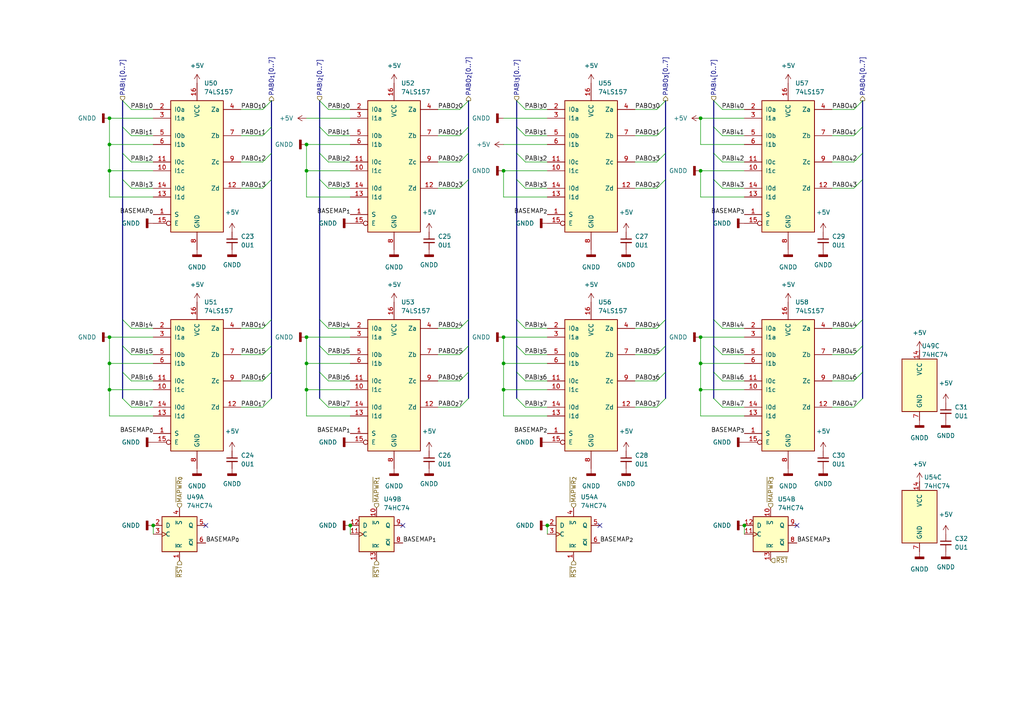
<source format=kicad_sch>
(kicad_sch (version 20211123) (generator eeschema)
  (paper "A4")
  (title_block (title "Z80 CPU INTERPOSER BANK RESET CIRCUIT") (date "2022-10-21") (rev "1030211022") (company "LISTOFOPTIONS") (comment 1 "io is not paged. note that the mapper registers will always read 0 after reset!") (comment 2 "pages 0-3 match to the default layout from 0x0000:ffff") (comment 3 "we need to do this so that the nabu can boot from rom normally") (comment 4 "upon reset we latch out the mapper registers and force in system default pages"))
  (lib_symbols
    (symbol "74xx:74HC74" (pin_names (offset 1.016))
      (property "Reference" "U" (at -7.62 8.89 0))
      (property "Value" "74HC74" (at -7.62 -8.89 0))
      (symbol "74HC74_1_0"
        (pin input line (at 0 -7.62 90) (length 2.54) (name "~{R}") (number "1"))
        (pin input line (at -7.62 2.54 0) (length 2.54) (name "D") (number "2"))
        (pin input clock (at -7.62 0 0) (length 2.54) (name "C") (number "3"))
        (pin input line (at 0 7.62 270) (length 2.54) (name "~{S}") (number "4"))
        (pin output line (at 7.62 2.54 180) (length 2.54) (name "Q") (number "5"))
        (pin output line (at 7.62 -2.54 180) (length 2.54) (name "~{Q}") (number "6"))
      )
      (symbol "74HC74_1_1"
        (rectangle (start -5.08 5.08) (end 5.08 -5.08) (stroke (width 0.254)) (fill (type background)))
      )
      (symbol "74HC74_2_0"
        (pin input line (at 0 7.62 270) (length 2.54) (name "~{S}") (number "10"))
        (pin input clock (at -7.62 0 0) (length 2.54) (name "C") (number "11"))
        (pin input line (at -7.62 2.54 0) (length 2.54) (name "D") (number "12"))
        (pin input line (at 0 -7.62 90) (length 2.54) (name "~{R}") (number "13"))
        (pin output line (at 7.62 -2.54 180) (length 2.54) (name "~{Q}") (number "8"))
        (pin output line (at 7.62 2.54 180) (length 2.54) (name "Q") (number "9"))
      )
      (symbol "74HC74_2_1"
        (rectangle (start -5.08 5.08) (end 5.08 -5.08) (stroke (width 0.254)) (fill (type background)))
      )
      (symbol "74HC74_3_0"
        (pin power_in line (at 0 10.16 270) (length 2.54) (name "VCC") (number "14"))
        (pin power_in line (at 0 -10.16 90) (length 2.54) (name "GND") (number "7"))
      )
      (symbol "74HC74_3_1"
        (rectangle (start -5.08 7.62) (end 5.08 -7.62) (stroke (width 0.254)) (fill (type background)))
      )
    )
    (symbol "74xx:74LS157" (pin_names (offset 1.016))
      (property "Reference" "U" (at -7.62 19.05 0))
      (property "Value" "74LS157" (at -7.62 -21.59 0))
      (symbol "74LS157_1_0"
        (pin input line (at -12.7 -15.24 0) (length 5.08) (name "S") (number "1"))
        (pin input line (at -12.7 -2.54 0) (length 5.08) (name "I1c") (number "10"))
        (pin input line (at -12.7 0 0) (length 5.08) (name "I0c") (number "11"))
        (pin output line (at 12.7 -7.62 180) (length 5.08) (name "Zd") (number "12"))
        (pin input line (at -12.7 -10.16 0) (length 5.08) (name "I1d") (number "13"))
        (pin input line (at -12.7 -7.62 0) (length 5.08) (name "I0d") (number "14"))
        (pin input inverted (at -12.7 -17.78 0) (length 5.08) (name "E") (number "15"))
        (pin power_in line (at 0 22.86 270) (length 5.08) (name "VCC") (number "16"))
        (pin input line (at -12.7 15.24 0) (length 5.08) (name "I0a") (number "2"))
        (pin input line (at -12.7 12.7 0) (length 5.08) (name "I1a") (number "3"))
        (pin output line (at 12.7 15.24 180) (length 5.08) (name "Za") (number "4"))
        (pin input line (at -12.7 7.62 0) (length 5.08) (name "I0b") (number "5"))
        (pin input line (at -12.7 5.08 0) (length 5.08) (name "I1b") (number "6"))
        (pin output line (at 12.7 7.62 180) (length 5.08) (name "Zb") (number "7"))
        (pin power_in line (at 0 -25.4 90) (length 5.08) (name "GND") (number "8"))
        (pin output line (at 12.7 0 180) (length 5.08) (name "Zc") (number "9"))
      )
      (symbol "74LS157_1_1"
        (rectangle (start -7.62 17.78) (end 7.62 -20.32) (stroke (width 0.254)) (fill (type background)))
      )
    )
    (symbol "Device:C_Small" (pin_numbers hide) (pin_names (offset 0.254) hide)
      (property "Reference" "C" (at 0.254 1.778 0))
      (property "Value" "C_Small" (at 0.254 -2.032 0))
      (symbol "C_Small_0_1"
        (polyline (pts (xy -1.524 -0.508) (xy 1.524 -0.508)) (stroke (width 0.3302)))
        (polyline (pts (xy -1.524 0.508) (xy 1.524 0.508)) (stroke (width 0.3048)))
      )
      (symbol "C_Small_1_1"
        (pin passive line (at 0 2.54 270) (length 2.032) (name "~") (number "1"))
        (pin passive line (at 0 -2.54 90) (length 2.032) (name "~") (number "2"))
      )
    )
    (symbol "power:+5V" (power) (pin_names (offset 0))
      (property "Value" "+5V" (at 0 3.556 0))
      (symbol "+5V_0_1"
        (polyline (pts (xy -0.762 1.27) (xy 0 2.54)))
        (polyline (pts (xy 0 0) (xy 0 2.54)))
        (polyline (pts (xy 0 2.54) (xy 0.762 1.27)))
      )
      (symbol "+5V_1_1"
        (pin power_in line (at 0 0 90) (length 0) hide (name "+5V") (number "1"))
      )
    )
    (symbol "power:GNDD" (power) (pin_names (offset 0))
      (property "Value" "GNDD" (at 0 -3.175 0))
      (symbol "GNDD_0_1"
        (rectangle (start -1.27 -1.524) (end 1.27 -2.032) (stroke (width 0.254)) (fill (type outline)))
        (polyline (pts (xy 0 0) (xy 0 -1.524)))
      )
      (symbol "GNDD_1_1"
        (pin power_in line (at 0 0 270) (length 0) hide (name "GNDD") (number "1"))
      )
    )
  )
  (junction (at 88.9 41.91))
  (junction (at 203.2 113.03))
  (junction (at 203.2 97.79))
  (junction (at 101.6 152.4))
  (junction (at 146.05 113.03))
  (junction (at 31.75 113.03))
  (junction (at 44.45 152.4))
  (junction (at 31.75 105.41))
  (junction (at 31.75 97.79))
  (junction (at 203.2 49.53))
  (junction (at 88.9 113.03))
  (junction (at 158.75 152.4))
  (junction (at 31.75 34.29))
  (junction (at 146.05 105.41))
  (junction (at 31.75 49.53))
  (junction (at 88.9 49.53))
  (junction (at 215.9 152.4))
  (junction (at 31.75 41.91))
  (junction (at 146.05 97.79))
  (junction (at 203.2 105.41))
  (junction (at 146.05 49.53))
  (junction (at 88.9 105.41))
  (junction (at 88.9 97.79))
  (junction (at 203.2 34.29))
  (no_connect (at 231.14 152.4))
  (no_connect (at 116.84 152.4))
  (no_connect (at 59.69 152.4))
  (no_connect (at 173.99 152.4))
  (bus_entry (at 35.56 107.95) (size 2.54 2.54))
  (bus_entry (at 78.74 36.83) (size -2.54 2.54))
  (bus_entry (at 135.89 29.21) (size -2.54 2.54))
  (bus_entry (at 250.19 29.21) (size -2.54 2.54))
  (bus_entry (at 250.19 115.57) (size -2.54 2.54))
  (bus_entry (at 135.89 107.95) (size -2.54 2.54))
  (bus_entry (at 193.04 29.21) (size -2.54 2.54))
  (bus_entry (at 78.74 115.57) (size -2.54 2.54))
  (bus_entry (at 135.89 100.33) (size -2.54 2.54))
  (bus_entry (at 135.89 52.07) (size -2.54 2.54))
  (bus_entry (at 193.04 92.71) (size -2.54 2.54))
  (bus_entry (at 207.01 100.33) (size 2.54 2.54))
  (bus_entry (at 250.19 44.45) (size -2.54 2.54))
  (bus_entry (at 92.71 36.83) (size 2.54 2.54))
  (bus_entry (at 250.19 100.33) (size -2.54 2.54))
  (bus_entry (at 193.04 100.33) (size -2.54 2.54))
  (bus_entry (at 92.71 115.57) (size 2.54 2.54))
  (bus_entry (at 78.74 29.21) (size -2.54 2.54))
  (bus_entry (at 149.86 52.07) (size 2.54 2.54))
  (bus_entry (at 35.56 52.07) (size 2.54 2.54))
  (bus_entry (at 35.56 44.45) (size 2.54 2.54))
  (bus_entry (at 35.56 36.83) (size 2.54 2.54))
  (bus_entry (at 149.86 115.57) (size 2.54 2.54))
  (bus_entry (at 135.89 115.57) (size -2.54 2.54))
  (bus_entry (at 78.74 107.95) (size -2.54 2.54))
  (bus_entry (at 35.56 29.21) (size 2.54 2.54))
  (bus_entry (at 149.86 44.45) (size 2.54 2.54))
  (bus_entry (at 35.56 115.57) (size 2.54 2.54))
  (bus_entry (at 78.74 100.33) (size -2.54 2.54))
  (bus_entry (at 250.19 52.07) (size -2.54 2.54))
  (bus_entry (at 92.71 52.07) (size 2.54 2.54))
  (bus_entry (at 92.71 107.95) (size 2.54 2.54))
  (bus_entry (at 149.86 107.95) (size 2.54 2.54))
  (bus_entry (at 193.04 115.57) (size -2.54 2.54))
  (bus_entry (at 149.86 36.83) (size 2.54 2.54))
  (bus_entry (at 207.01 107.95) (size 2.54 2.54))
  (bus_entry (at 78.74 52.07) (size -2.54 2.54))
  (bus_entry (at 135.89 36.83) (size -2.54 2.54))
  (bus_entry (at 193.04 107.95) (size -2.54 2.54))
  (bus_entry (at 207.01 36.83) (size 2.54 2.54))
  (bus_entry (at 207.01 44.45) (size 2.54 2.54))
  (bus_entry (at 207.01 115.57) (size 2.54 2.54))
  (bus_entry (at 92.71 29.21) (size 2.54 2.54))
  (bus_entry (at 193.04 36.83) (size -2.54 2.54))
  (bus_entry (at 250.19 107.95) (size -2.54 2.54))
  (bus_entry (at 78.74 44.45) (size -2.54 2.54))
  (bus_entry (at 35.56 100.33) (size 2.54 2.54))
  (bus_entry (at 149.86 100.33) (size 2.54 2.54))
  (bus_entry (at 92.71 100.33) (size 2.54 2.54))
  (bus_entry (at 207.01 29.21) (size 2.54 2.54))
  (bus_entry (at 207.01 52.07) (size 2.54 2.54))
  (bus_entry (at 135.89 44.45) (size -2.54 2.54))
  (bus_entry (at 78.74 92.71) (size -2.54 2.54))
  (bus_entry (at 193.04 44.45) (size -2.54 2.54))
  (bus_entry (at 149.86 92.71) (size 2.54 2.54))
  (bus_entry (at 250.19 36.83) (size -2.54 2.54))
  (bus_entry (at 92.71 92.71) (size 2.54 2.54))
  (bus_entry (at 149.86 29.21) (size 2.54 2.54))
  (bus_entry (at 92.71 44.45) (size 2.54 2.54))
  (bus_entry (at 207.01 92.71) (size 2.54 2.54))
  (bus_entry (at 135.89 92.71) (size -2.54 2.54))
  (bus_entry (at 250.19 92.71) (size -2.54 2.54))
  (bus_entry (at 193.04 52.07) (size -2.54 2.54))
  (bus_entry (at 35.56 92.71) (size 2.54 2.54))
  (wire (pts (xy 152.4 110.49) (xy 158.75 110.49)))
  (bus (pts (xy 35.56 44.45) (xy 35.56 52.07)))
  (wire (pts (xy 31.75 49.53) (xy 44.45 49.53)))
  (bus (pts (xy 78.74 44.45) (xy 78.74 52.07)))
  (wire (pts (xy 203.2 113.03) (xy 203.2 120.65)))
  (wire (pts (xy 76.2 39.37) (xy 69.85 39.37)))
  (wire (pts (xy 152.4 102.87) (xy 158.75 102.87)))
  (wire (pts (xy 88.9 49.53) (xy 101.6 49.53)))
  (wire (pts (xy 203.2 57.15) (xy 215.9 57.15)))
  (wire (pts (xy 88.9 97.79) (xy 101.6 97.79)))
  (bus (pts (xy 135.89 92.71) (xy 135.89 100.33)))
  (wire (pts (xy 101.6 152.4) (xy 101.6 154.94)))
  (bus (pts (xy 250.19 107.95) (xy 250.19 115.57)))
  (wire (pts (xy 146.05 120.65) (xy 158.75 120.65)))
  (wire (pts (xy 95.25 39.37) (xy 101.6 39.37)))
  (bus (pts (xy 135.89 29.21) (xy 135.89 36.83)))
  (wire (pts (xy 95.25 95.25) (xy 101.6 95.25)))
  (wire (pts (xy 88.9 49.53) (xy 88.9 57.15)))
  (bus (pts (xy 78.74 52.07) (xy 78.74 92.71)))
  (bus (pts (xy 78.74 36.83) (xy 78.74 44.45)))
  (wire (pts (xy 95.25 118.11) (xy 101.6 118.11)))
  (bus (pts (xy 250.19 100.33) (xy 250.19 107.95)))
  (wire (pts (xy 247.65 110.49) (xy 241.3 110.49)))
  (bus (pts (xy 250.19 29.21) (xy 250.19 36.83)))
  (wire (pts (xy 133.35 118.11) (xy 127 118.11)))
  (wire (pts (xy 247.65 102.87) (xy 241.3 102.87)))
  (bus (pts (xy 135.89 44.45) (xy 135.89 52.07)))
  (wire (pts (xy 38.1 31.75) (xy 44.45 31.75)))
  (wire (pts (xy 88.9 57.15) (xy 101.6 57.15)))
  (wire (pts (xy 76.2 54.61) (xy 69.85 54.61)))
  (wire (pts (xy 38.1 54.61) (xy 44.45 54.61)))
  (wire (pts (xy 152.4 54.61) (xy 158.75 54.61)))
  (bus (pts (xy 35.56 52.07) (xy 35.56 92.71)))
  (bus (pts (xy 35.56 36.83) (xy 35.56 44.45)))
  (bus (pts (xy 207.01 52.07) (xy 207.01 92.71)))
  (wire (pts (xy 146.05 41.91) (xy 158.75 41.91)))
  (bus (pts (xy 193.04 92.71) (xy 193.04 100.33)))
  (wire (pts (xy 190.5 39.37) (xy 184.15 39.37)))
  (wire (pts (xy 209.55 110.49) (xy 215.9 110.49)))
  (wire (pts (xy 44.45 152.4) (xy 44.45 154.94)))
  (wire (pts (xy 31.75 49.53) (xy 31.75 57.15)))
  (bus (pts (xy 92.71 36.83) (xy 92.71 44.45)))
  (wire (pts (xy 152.4 46.99) (xy 158.75 46.99)))
  (bus (pts (xy 149.86 29.21) (xy 149.86 36.83)))
  (wire (pts (xy 158.75 152.4) (xy 158.75 154.94)))
  (wire (pts (xy 146.05 57.15) (xy 158.75 57.15)))
  (wire (pts (xy 133.35 39.37) (xy 127 39.37)))
  (wire (pts (xy 247.65 31.75) (xy 241.3 31.75)))
  (wire (pts (xy 38.1 95.25) (xy 44.45 95.25)))
  (wire (pts (xy 95.25 31.75) (xy 101.6 31.75)))
  (bus (pts (xy 207.01 92.71) (xy 207.01 100.33)))
  (wire (pts (xy 38.1 39.37) (xy 44.45 39.37)))
  (wire (pts (xy 95.25 54.61) (xy 101.6 54.61)))
  (wire (pts (xy 203.2 34.29) (xy 215.9 34.29)))
  (wire (pts (xy 31.75 113.03) (xy 31.75 120.65)))
  (bus (pts (xy 92.71 92.71) (xy 92.71 100.33)))
  (bus (pts (xy 193.04 52.07) (xy 193.04 92.71)))
  (bus (pts (xy 135.89 100.33) (xy 135.89 107.95)))
  (wire (pts (xy 88.9 120.65) (xy 101.6 120.65)))
  (wire (pts (xy 146.05 113.03) (xy 158.75 113.03)))
  (bus (pts (xy 149.86 92.71) (xy 149.86 100.33)))
  (wire (pts (xy 88.9 41.91) (xy 88.9 49.53)))
  (wire (pts (xy 146.05 97.79) (xy 158.75 97.79)))
  (wire (pts (xy 88.9 41.91) (xy 101.6 41.91)))
  (bus (pts (xy 193.04 29.21) (xy 193.04 36.83)))
  (wire (pts (xy 133.35 54.61) (xy 127 54.61)))
  (wire (pts (xy 247.65 54.61) (xy 241.3 54.61)))
  (wire (pts (xy 31.75 105.41) (xy 44.45 105.41)))
  (wire (pts (xy 31.75 34.29) (xy 31.75 41.91)))
  (wire (pts (xy 133.35 110.49) (xy 127 110.49)))
  (bus (pts (xy 207.01 29.21) (xy 207.01 36.83)))
  (wire (pts (xy 146.05 97.79) (xy 146.05 105.41)))
  (bus (pts (xy 35.56 107.95) (xy 35.56 115.57)))
  (wire (pts (xy 31.75 113.03) (xy 44.45 113.03)))
  (bus (pts (xy 250.19 44.45) (xy 250.19 52.07)))
  (wire (pts (xy 152.4 118.11) (xy 158.75 118.11)))
  (wire (pts (xy 190.5 54.61) (xy 184.15 54.61)))
  (wire (pts (xy 88.9 105.41) (xy 88.9 113.03)))
  (bus (pts (xy 207.01 107.95) (xy 207.01 115.57)))
  (wire (pts (xy 95.25 102.87) (xy 101.6 102.87)))
  (bus (pts (xy 78.74 92.71) (xy 78.74 100.33)))
  (wire (pts (xy 88.9 97.79) (xy 88.9 105.41)))
  (wire (pts (xy 203.2 105.41) (xy 203.2 113.03)))
  (bus (pts (xy 78.74 100.33) (xy 78.74 107.95)))
  (wire (pts (xy 203.2 49.53) (xy 215.9 49.53)))
  (bus (pts (xy 149.86 44.45) (xy 149.86 52.07)))
  (bus (pts (xy 135.89 107.95) (xy 135.89 115.57)))
  (wire (pts (xy 203.2 97.79) (xy 203.2 105.41)))
  (bus (pts (xy 78.74 107.95) (xy 78.74 115.57)))
  (wire (pts (xy 133.35 95.25) (xy 127 95.25)))
  (wire (pts (xy 31.75 97.79) (xy 44.45 97.79)))
  (bus (pts (xy 92.71 52.07) (xy 92.71 92.71)))
  (wire (pts (xy 31.75 97.79) (xy 31.75 105.41)))
  (bus (pts (xy 92.71 44.45) (xy 92.71 52.07)))
  (wire (pts (xy 146.05 105.41) (xy 146.05 113.03)))
  (wire (pts (xy 76.2 102.87) (xy 69.85 102.87)))
  (wire (pts (xy 76.2 31.75) (xy 69.85 31.75)))
  (wire (pts (xy 146.05 34.29) (xy 158.75 34.29)))
  (wire (pts (xy 203.2 34.29) (xy 203.2 41.91)))
  (bus (pts (xy 78.74 29.21) (xy 78.74 36.83)))
  (bus (pts (xy 149.86 107.95) (xy 149.86 115.57)))
  (bus (pts (xy 92.71 107.95) (xy 92.71 115.57)))
  (wire (pts (xy 95.25 110.49) (xy 101.6 110.49)))
  (bus (pts (xy 92.71 100.33) (xy 92.71 107.95)))
  (bus (pts (xy 35.56 29.21) (xy 35.56 36.83)))
  (wire (pts (xy 31.75 41.91) (xy 44.45 41.91)))
  (bus (pts (xy 149.86 36.83) (xy 149.86 44.45)))
  (wire (pts (xy 190.5 95.25) (xy 184.15 95.25)))
  (wire (pts (xy 247.65 46.99) (xy 241.3 46.99)))
  (wire (pts (xy 203.2 105.41) (xy 215.9 105.41)))
  (bus (pts (xy 149.86 52.07) (xy 149.86 92.71)))
  (wire (pts (xy 247.65 39.37) (xy 241.3 39.37)))
  (wire (pts (xy 38.1 110.49) (xy 44.45 110.49)))
  (wire (pts (xy 133.35 46.99) (xy 127 46.99)))
  (wire (pts (xy 31.75 57.15) (xy 44.45 57.15)))
  (wire (pts (xy 31.75 105.41) (xy 31.75 113.03)))
  (bus (pts (xy 135.89 36.83) (xy 135.89 44.45)))
  (wire (pts (xy 38.1 118.11) (xy 44.45 118.11)))
  (bus (pts (xy 250.19 92.71) (xy 250.19 100.33)))
  (wire (pts (xy 133.35 31.75) (xy 127 31.75)))
  (wire (pts (xy 209.55 118.11) (xy 215.9 118.11)))
  (wire (pts (xy 209.55 31.75) (xy 215.9 31.75)))
  (wire (pts (xy 38.1 46.99) (xy 44.45 46.99)))
  (wire (pts (xy 31.75 120.65) (xy 44.45 120.65)))
  (wire (pts (xy 152.4 95.25) (xy 158.75 95.25)))
  (bus (pts (xy 207.01 44.45) (xy 207.01 52.07)))
  (wire (pts (xy 146.05 49.53) (xy 146.05 57.15)))
  (wire (pts (xy 88.9 113.03) (xy 101.6 113.03)))
  (wire (pts (xy 88.9 34.29) (xy 101.6 34.29)))
  (bus (pts (xy 135.89 52.07) (xy 135.89 92.71)))
  (bus (pts (xy 207.01 36.83) (xy 207.01 44.45)))
  (wire (pts (xy 38.1 102.87) (xy 44.45 102.87)))
  (bus (pts (xy 193.04 107.95) (xy 193.04 115.57)))
  (wire (pts (xy 247.65 118.11) (xy 241.3 118.11)))
  (wire (pts (xy 209.55 102.87) (xy 215.9 102.87)))
  (wire (pts (xy 190.5 118.11) (xy 184.15 118.11)))
  (wire (pts (xy 146.05 49.53) (xy 158.75 49.53)))
  (bus (pts (xy 35.56 100.33) (xy 35.56 107.95)))
  (wire (pts (xy 95.25 46.99) (xy 101.6 46.99)))
  (wire (pts (xy 76.2 118.11) (xy 69.85 118.11)))
  (wire (pts (xy 209.55 39.37) (xy 215.9 39.37)))
  (wire (pts (xy 247.65 95.25) (xy 241.3 95.25)))
  (wire (pts (xy 190.5 110.49) (xy 184.15 110.49)))
  (wire (pts (xy 190.5 46.99) (xy 184.15 46.99)))
  (wire (pts (xy 203.2 41.91) (xy 215.9 41.91)))
  (wire (pts (xy 133.35 102.87) (xy 127 102.87)))
  (wire (pts (xy 76.2 110.49) (xy 69.85 110.49)))
  (wire (pts (xy 88.9 105.41) (xy 101.6 105.41)))
  (bus (pts (xy 250.19 52.07) (xy 250.19 92.71)))
  (wire (pts (xy 31.75 41.91) (xy 31.75 49.53)))
  (wire (pts (xy 203.2 49.53) (xy 203.2 57.15)))
  (bus (pts (xy 193.04 36.83) (xy 193.04 44.45)))
  (wire (pts (xy 88.9 113.03) (xy 88.9 120.65)))
  (wire (pts (xy 152.4 39.37) (xy 158.75 39.37)))
  (wire (pts (xy 190.5 31.75) (xy 184.15 31.75)))
  (wire (pts (xy 203.2 113.03) (xy 215.9 113.03)))
  (bus (pts (xy 193.04 44.45) (xy 193.04 52.07)))
  (bus (pts (xy 193.04 100.33) (xy 193.04 107.95)))
  (wire (pts (xy 203.2 120.65) (xy 215.9 120.65)))
  (wire (pts (xy 209.55 46.99) (xy 215.9 46.99)))
  (wire (pts (xy 146.05 105.41) (xy 158.75 105.41)))
  (bus (pts (xy 92.71 29.21) (xy 92.71 36.83)))
  (wire (pts (xy 76.2 46.99) (xy 69.85 46.99)))
  (wire (pts (xy 190.5 102.87) (xy 184.15 102.87)))
  (wire (pts (xy 31.75 34.29) (xy 44.45 34.29)))
  (bus (pts (xy 35.56 92.71) (xy 35.56 100.33)))
  (bus (pts (xy 250.19 36.83) (xy 250.19 44.45)))
  (wire (pts (xy 209.55 54.61) (xy 215.9 54.61)))
  (wire (pts (xy 203.2 97.79) (xy 215.9 97.79)))
  (wire (pts (xy 76.2 95.25) (xy 69.85 95.25)))
  (wire (pts (xy 146.05 113.03) (xy 146.05 120.65)))
  (wire (pts (xy 215.9 152.4) (xy 215.9 154.94)))
  (wire (pts (xy 152.4 31.75) (xy 158.75 31.75)))
  (bus (pts (xy 149.86 100.33) (xy 149.86 107.95)))
  (bus (pts (xy 207.01 100.33) (xy 207.01 107.95)))
  (wire (pts (xy 209.55 95.25) (xy 215.9 95.25)))
  (label "PABO_{4}2" (at 241.3 46.99 0))
  (label "BASEMAP_{2}" (at 173.99 157.48 0))
  (label "PABI_{3}4" (at 158.75 95.25 180))
  (label "PABI_{2}4" (at 101.6 95.25 180))
  (label "PABI_{2}1" (at 101.6 39.37 180))
  (label "PABI_{3}5" (at 158.75 102.87 180))
  (label "PABO_{3}4" (at 184.15 95.25 0))
  (label "PABI_{4}4" (at 215.9 95.25 180))
  (label "BASEMAP_{0}" (at 59.69 157.48 0))
  (label "PABI_{2}7" (at 101.6 118.11 180))
  (label "PABI_{1}4" (at 44.45 95.25 180))
  (label "PABO_{3}0" (at 184.15 31.75 0))
  (label "PABO_{4}5" (at 241.3 102.87 0))
  (label "PABI_{4}7" (at 215.9 118.11 180))
  (label "PABO_{2}4" (at 127 95.25 0))
  (label "PABI_{4}1" (at 215.9 39.37 180))
  (label "PABI_{3}6" (at 158.75 110.49 180))
  (label "BASEMAP_{1}" (at 101.6 125.73 180))
  (label "PABO_{2}1" (at 127 39.37 0))
  (label "BASEMAP_{3}" (at 215.9 125.73 180))
  (label "PABI_{2}6" (at 101.6 110.49 180))
  (label "PABI_{1}5" (at 44.45 102.87 180))
  (label "PABO_{1}3" (at 69.85 54.61 0))
  (label "BASEMAP_{0}" (at 44.45 62.23 180))
  (label "PABO_{4}1" (at 241.3 39.37 0))
  (label "BASEMAP_{3}" (at 231.14 157.48 0))
  (label "PABO_{3}7" (at 184.15 118.11 0))
  (label "BASEMAP_{3}" (at 215.9 62.23 180))
  (label "PABO_{1}4" (at 69.85 95.25 0))
  (label "BASEMAP_{0}" (at 44.45 125.73 180))
  (label "PABI_{1}7" (at 44.45 118.11 180))
  (label "PABO_{2}7" (at 127 118.11 0))
  (label "PABO_{4}3" (at 241.3 54.61 0))
  (label "PABI_{3}0" (at 158.75 31.75 180))
  (label "PABI_{3}3" (at 158.75 54.61 180))
  (label "PABO_{1}0" (at 69.85 31.75 0))
  (label "PABI_{3}7" (at 158.75 118.11 180))
  (label "PABO_{3}1" (at 184.15 39.37 0))
  (label "BASEMAP_{2}" (at 158.75 125.73 180))
  (label "BASEMAP_{1}" (at 116.84 157.48 0))
  (label "PABO_{3}5" (at 184.15 102.87 0))
  (label "PABI_{3}1" (at 158.75 39.37 180))
  (label "PABO_{4}7" (at 241.3 118.11 0))
  (label "PABI_{2}2" (at 101.6 46.99 180))
  (label "PABO_{2}6" (at 127 110.49 0))
  (label "PABO_{3}6" (at 184.15 110.49 0))
  (label "PABO_{1}7" (at 69.85 118.11 0))
  (label "PABI_{1}0" (at 44.45 31.75 180))
  (label "PABI_{4}0" (at 215.9 31.75 180))
  (label "PABO_{1}5" (at 69.85 102.87 0))
  (label "PABO_{1}6" (at 69.85 110.49 0))
  (label "PABI_{4}5" (at 215.9 102.87 180))
  (label "PABI_{1}1" (at 44.45 39.37 180))
  (label "PABI_{1}2" (at 44.45 46.99 180))
  (label "PABO_{2}5" (at 127 102.87 0))
  (label "PABO_{4}0" (at 241.3 31.75 0))
  (label "PABO_{2}2" (at 127 46.99 0))
  (label "PABO_{1}1" (at 69.85 39.37 0))
  (label "PABI_{2}0" (at 101.6 31.75 180))
  (label "PABI_{3}2" (at 158.75 46.99 180))
  (label "PABO_{4}6" (at 241.3 110.49 0))
  (label "PABI_{4}6" (at 215.9 110.49 180))
  (label "PABI_{2}3" (at 101.6 54.61 180))
  (label "PABO_{2}0" (at 127 31.75 0))
  (label "PABI_{2}5" (at 101.6 102.87 180))
  (label "PABO_{1}2" (at 69.85 46.99 0))
  (label "PABO_{3}2" (at 184.15 54.61 0))
  (label "BASEMAP_{1}" (at 101.6 62.23 180))
  (label "PABO_{3}3" (at 184.15 46.99 0))
  (label "PABI_{4}3" (at 215.9 54.61 180))
  (label "PABI_{1}6" (at 44.45 110.49 180))
  (label "PABI_{1}3" (at 44.45 54.61 180))
  (label "PABO_{4}4" (at 241.3 95.25 0))
  (label "BASEMAP_{2}" (at 158.75 62.23 180))
  (label "PABO_{2}3" (at 127 54.61 0))
  (label "PABI_{4}2" (at 215.9 46.99 180))
  (hierarchical_label "~{RST}" (shape input) (at 109.22 162.56 270))
  (hierarchical_label "~{MAPWR_{0}}" (shape input) (at 52.07 147.32 90))
  (hierarchical_label "~{RST}" (shape input) (at 223.52 162.56 0))
  (hierarchical_label "PABO_{4}[0..7]" (shape output) (at 250.19 29.21 90))
  (hierarchical_label "PABO_{1}[0..7]" (shape output) (at 78.74 29.21 90))
  (hierarchical_label "PABO_{3}[0..7]" (shape output) (at 193.04 29.21 90))
  (hierarchical_label "~{RST}" (shape input) (at 166.37 162.56 270))
  (hierarchical_label "PABI_{2}[0..7]" (shape input) (at 92.71 29.21 90))
  (hierarchical_label "~{MAPWR_{3}}" (shape input) (at 223.52 147.32 90))
  (hierarchical_label "~{MAPWR_{1}}" (shape input) (at 109.22 147.32 90))
  (hierarchical_label "PABI_{3}[0..7]" (shape input) (at 149.86 29.21 90))
  (hierarchical_label "PABI_{4}[0..7]" (shape input) (at 207.01 29.21 90))
  (hierarchical_label "~{MAPWR_{2}}" (shape input) (at 166.37 147.32 90))
  (hierarchical_label "PABO_{2}[0..7]" (shape output) (at 135.89 29.21 90))
  (hierarchical_label "~{RST}" (shape input) (at 52.07 162.56 270))
  (hierarchical_label "PABI_{1}[0..7]" (shape input) (at 35.56 29.21 90))
  (symbol (lib_id "power:GNDD") (at 203.2 97.79 270) (unit 1)
    (property "Reference" "#PWR0241" (effects hide))
    (property "Value" "GNDD" (at 199.39 97.7899 90) (effects (justify right)))
  )
  (symbol (lib_id "power:+5V") (at 274.32 116.84 0) (unit 1)
    (property "Reference" "#PWR0257" (effects hide))
    (property "Value" "+5V" (at 274.32 111.125 0))
  )
  (symbol (lib_id "Device:C_Small") (at 181.61 133.35 0) (unit 1)
    (property "Reference" "C28" (at 184.15 132.0862 0) (effects (justify left)))
    (property "Value" "0U1" (at 184.15 134.6262 0) (effects (justify left)))
    (property "Footprint" "Capacitor_SMD:C_0603_1608Metric" (effects hide))
  )
  (symbol (lib_id "power:GNDD") (at 67.31 135.89 0) (unit 1)
    (property "Reference" "#PWR0209" (effects hide))
    (property "Value" "GNDD" (at 67.31 140.335 0))
  )
  (symbol (lib_id "power:GNDD") (at 238.76 72.39 0) (unit 1)
    (property "Reference" "#PWR0250" (effects hide))
    (property "Value" "GNDD" (at 238.76 76.835 0))
  )
  (symbol (lib_id "power:GNDD") (at 228.6 135.89 0) (unit 1)
    (property "Reference" "#PWR0248" (effects hide))
    (property "Value" "GNDD" (at 228.6 140.97 0))
  )
  (symbol (lib_id "74xx:74LS157") (at 114.3 46.99 0) (unit 1)
    (property "Reference" "U52" (at 116.3194 24.13 0) (effects (justify left)))
    (property "Value" "74LS157" (at 116.3194 26.67 0) (effects (justify left)))
    (property "Footprint" "Package_SO:TSSOP-16_4.4x5mm_P0.65mm" (effects hide))
    (property "Datasheet" "http://www.ti.com/lit/gpn/sn74LS157" (effects hide))
  )
  (symbol (lib_id "power:GNDD") (at 101.6 128.27 270) (unit 1)
    (property "Reference" "#PWR0214" (effects hide))
    (property "Value" "GNDD" (at 97.79 128.2699 90) (effects (justify right)))
  )
  (symbol (lib_id "power:GNDD") (at 146.05 49.53 270) (unit 1)
    (property "Reference" "#PWR0226" (effects hide))
    (property "Value" "GNDD" (at 142.24 49.5299 90) (effects (justify right)))
  )
  (symbol (lib_id "power:+5V") (at 146.05 41.91 90) (unit 1)
    (property "Reference" "#PWR0225" (effects hide))
    (property "Value" "+5V" (at 142.24 41.9099 90) (effects (justify left)))
  )
  (symbol (lib_id "power:GNDD") (at 44.45 64.77 270) (unit 1)
    (property "Reference" "#PWR0199" (effects hide))
    (property "Value" "GNDD" (at 40.64 64.7699 90) (effects (justify right)))
  )
  (symbol (lib_id "power:GNDD") (at 124.46 72.39 0) (unit 1)
    (property "Reference" "#PWR0221" (effects hide))
    (property "Value" "GNDD" (at 124.46 76.835 0))
  )
  (symbol (lib_id "power:GNDD") (at 215.9 64.77 270) (unit 1)
    (property "Reference" "#PWR0242" (effects hide))
    (property "Value" "GNDD" (at 212.09 64.7699 90) (effects (justify right)))
  )
  (symbol (lib_id "power:GNDD") (at 158.75 64.77 270) (unit 1)
    (property "Reference" "#PWR0228" (effects hide))
    (property "Value" "GNDD" (at 154.94 64.7699 90) (effects (justify right)))
  )
  (symbol (lib_id "power:GNDD") (at 171.45 135.89 0) (unit 1)
    (property "Reference" "#PWR0234" (effects hide))
    (property "Value" "GNDD" (at 171.45 140.97 0))
  )
  (symbol (lib_id "power:GNDD") (at 215.9 128.27 270) (unit 1)
    (property "Reference" "#PWR0243" (effects hide))
    (property "Value" "GNDD" (at 212.09 128.2699 90) (effects (justify right)))
  )
  (symbol (lib_id "power:GNDD") (at 101.6 64.77 270) (unit 1)
    (property "Reference" "#PWR0213" (effects hide))
    (property "Value" "GNDD" (at 97.79 64.7699 90) (effects (justify right)))
  )
  (symbol (lib_id "power:GNDD") (at 31.75 34.29 270) (unit 1)
    (property "Reference" "#PWR0197" (effects hide))
    (property "Value" "GNDD" (at 27.94 34.2899 90) (effects (justify right)))
  )
  (symbol (lib_id "power:GNDD") (at 171.45 72.39 0) (unit 1)
    (property "Reference" "#PWR0232" (effects hide))
    (property "Value" "GNDD" (at 171.45 77.47 0))
  )
  (symbol (lib_id "power:GNDD") (at 274.32 160.02 0) (unit 1)
    (property "Reference" "#PWR0260" (effects hide))
    (property "Value" "GNDD" (at 274.32 164.465 0))
  )
  (symbol (lib_id "74xx:74LS157") (at 228.6 46.99 0) (unit 1)
    (property "Reference" "U57" (at 230.6194 24.13 0) (effects (justify left)))
    (property "Value" "74LS157" (at 230.6194 26.67 0) (effects (justify left)))
    (property "Footprint" "Package_SO:TSSOP-16_4.4x5mm_P0.65mm" (effects hide))
    (property "Datasheet" "http://www.ti.com/lit/gpn/sn74LS157" (effects hide))
  )
  (symbol (lib_id "power:+5V") (at 57.15 87.63 0) (unit 1)
    (property "Reference" "#PWR0204" (effects hide))
    (property "Value" "+5V" (at 57.15 82.55 0))
  )
  (symbol (lib_id "power:GNDD") (at 181.61 72.39 0) (unit 1)
    (property "Reference" "#PWR0236" (effects hide))
    (property "Value" "GNDD" (at 181.61 76.835 0))
  )
  (symbol (lib_id "power:GNDD") (at 31.75 97.79 270) (unit 1)
    (property "Reference" "#PWR0198" (effects hide))
    (property "Value" "GNDD" (at 27.94 97.7899 90) (effects (justify right)))
  )
  (symbol (lib_id "power:GNDD") (at 114.3 135.89 0) (unit 1)
    (property "Reference" "#PWR0219" (effects hide))
    (property "Value" "GNDD" (at 114.3 140.97 0))
  )
  (symbol (lib_id "Device:C_Small") (at 274.32 119.38 0) (unit 1)
    (property "Reference" "C31" (at 276.86 118.1162 0) (effects (justify left)))
    (property "Value" "0U1" (at 276.86 120.6562 0) (effects (justify left)))
    (property "Footprint" "Capacitor_SMD:C_0603_1608Metric" (effects hide))
  )
  (symbol (lib_id "power:GNDD") (at 44.45 128.27 270) (unit 1)
    (property "Reference" "#PWR0200" (effects hide))
    (property "Value" "GNDD" (at 40.64 128.2699 90) (effects (justify right)))
  )
  (symbol (lib_id "power:+5V") (at 228.6 24.13 0) (unit 1)
    (property "Reference" "#PWR0245" (effects hide))
    (property "Value" "+5V" (at 228.6 19.05 0))
  )
  (symbol (lib_id "power:+5V") (at 203.2 34.29 90) (unit 1)
    (property "Reference" "#PWR0239" (effects hide))
    (property "Value" "+5V" (at 199.39 34.2899 90) (effects (justify left)))
  )
  (symbol (lib_id "power:GNDD") (at 44.45 152.4 270) (unit 1)
    (property "Reference" "#PWR0201" (effects hide))
    (property "Value" "GNDD" (at 40.64 152.3999 90) (effects (justify right)))
  )
  (symbol (lib_id "power:GNDD") (at 57.15 72.39 0) (unit 1)
    (property "Reference" "#PWR0203" (effects hide))
    (property "Value" "GNDD" (at 57.15 77.47 0))
  )
  (symbol (lib_id "74xx:74HC74") (at 52.07 154.94 0) (unit 1)
    (property "Reference" "U49" (at 54.0894 144.145 0) (effects (justify left)))
    (property "Value" "74HC74" (at 54.0894 146.685 0) (effects (justify left)))
    (property "Footprint" "Package_SO:TSSOP-14_4.4x5mm_P0.65mm" (effects hide))
    (property "Datasheet" "74xx/74hc_hct74.pdf" (effects hide))
  )
  (symbol (lib_id "power:+5V") (at 67.31 130.81 0) (unit 1)
    (property "Reference" "#PWR0208" (effects hide))
    (property "Value" "+5V" (at 67.31 125.095 0))
  )
  (symbol (lib_id "power:+5V") (at 266.7 101.6 0) (unit 1)
    (property "Reference" "#PWR0253" (effects hide))
    (property "Value" "+5V" (at 266.7 96.52 0))
  )
  (symbol (lib_id "power:GNDD") (at 266.7 160.02 0) (unit 1)
    (property "Reference" "#PWR0256" (effects hide))
    (property "Value" "GNDD" (at 266.7 165.1 0))
  )
  (symbol (lib_id "74xx:74HC74") (at 109.22 154.94 0) (unit 2)
    (property "Reference" "U49" (at 111.2394 144.78 0) (effects (justify left)))
    (property "Value" "74HC74" (at 111.2394 147.32 0) (effects (justify left)))
    (property "Footprint" "Package_SO:TSSOP-14_4.4x5mm_P0.65mm" (effects hide))
    (property "Datasheet" "74xx/74hc_hct74.pdf" (effects hide))
  )
  (symbol (lib_id "74xx:74LS157") (at 171.45 46.99 0) (unit 1)
    (property "Reference" "U55" (at 173.4694 24.13 0) (effects (justify left)))
    (property "Value" "74LS157" (at 173.4694 26.67 0) (effects (justify left)))
    (property "Footprint" "Package_SO:TSSOP-16_4.4x5mm_P0.65mm" (effects hide))
    (property "Datasheet" "http://www.ti.com/lit/gpn/sn74LS157" (effects hide))
  )
  (symbol (lib_id "power:+5V") (at 181.61 67.31 0) (unit 1)
    (property "Reference" "#PWR0235" (effects hide))
    (property "Value" "+5V" (at 181.61 61.595 0))
  )
  (symbol (lib_id "power:GNDD") (at 238.76 135.89 0) (unit 1)
    (property "Reference" "#PWR0252" (effects hide))
    (property "Value" "GNDD" (at 238.76 140.335 0))
  )
  (symbol (lib_id "74xx:74LS157") (at 57.15 46.99 0) (unit 1)
    (property "Reference" "U50" (at 59.1694 24.13 0) (effects (justify left)))
    (property "Value" "74LS157" (at 59.1694 26.67 0) (effects (justify left)))
    (property "Footprint" "Package_SO:TSSOP-16_4.4x5mm_P0.65mm" (effects hide))
    (property "Datasheet" "http://www.ti.com/lit/gpn/sn74LS157" (effects hide))
  )
  (symbol (lib_id "power:GNDD") (at 158.75 152.4 270) (unit 1)
    (property "Reference" "#PWR0230" (effects hide))
    (property "Value" "GNDD" (at 154.94 152.3999 90) (effects (justify right)))
  )
  (symbol (lib_id "power:GNDD") (at 146.05 97.79 270) (unit 1)
    (property "Reference" "#PWR0227" (effects hide))
    (property "Value" "GNDD" (at 142.24 97.7899 90) (effects (justify right)))
  )
  (symbol (lib_id "Device:C_Small") (at 238.76 133.35 0) (unit 1)
    (property "Reference" "C30" (at 241.3 132.0862 0) (effects (justify left)))
    (property "Value" "0U1" (at 241.3 134.6262 0) (effects (justify left)))
    (property "Footprint" "Capacitor_SMD:C_0603_1608Metric" (effects hide))
  )
  (symbol (lib_id "power:+5V") (at 57.15 24.13 0) (unit 1)
    (property "Reference" "#PWR0202" (effects hide))
    (property "Value" "+5V" (at 57.15 19.05 0))
  )
  (symbol (lib_id "power:+5V") (at 114.3 24.13 0) (unit 1)
    (property "Reference" "#PWR0216" (effects hide))
    (property "Value" "+5V" (at 114.3 19.05 0))
  )
  (symbol (lib_id "power:+5V") (at 238.76 130.81 0) (unit 1)
    (property "Reference" "#PWR0251" (effects hide))
    (property "Value" "+5V" (at 238.76 125.095 0))
  )
  (symbol (lib_id "power:GNDD") (at 88.9 41.91 270) (unit 1)
    (property "Reference" "#PWR0211" (effects hide))
    (property "Value" "GNDD" (at 85.09 41.9099 90) (effects (justify right)))
  )
  (symbol (lib_id "power:GNDD") (at 228.6 72.39 0) (unit 1)
    (property "Reference" "#PWR0246" (effects hide))
    (property "Value" "GNDD" (at 228.6 77.47 0))
  )
  (symbol (lib_id "power:+5V") (at 114.3 87.63 0) (unit 1)
    (property "Reference" "#PWR0218" (effects hide))
    (property "Value" "+5V" (at 114.3 82.55 0))
  )
  (symbol (lib_id "Device:C_Small") (at 124.46 69.85 0) (unit 1)
    (property "Reference" "C25" (at 127 68.5862 0) (effects (justify left)))
    (property "Value" "0U1" (at 127 71.1262 0) (effects (justify left)))
    (property "Footprint" "Capacitor_SMD:C_0603_1608Metric" (effects hide))
  )
  (symbol (lib_id "power:+5V") (at 88.9 34.29 90) (unit 1)
    (property "Reference" "#PWR0210" (effects hide))
    (property "Value" "+5V" (at 85.09 34.2899 90) (effects (justify left)))
  )
  (symbol (lib_id "Device:C_Small") (at 67.31 133.35 0) (unit 1)
    (property "Reference" "C24" (at 69.85 132.0862 0) (effects (justify left)))
    (property "Value" "0U1" (at 69.85 134.6262 0) (effects (justify left)))
    (property "Footprint" "Capacitor_SMD:C_0603_1608Metric" (effects hide))
  )
  (symbol (lib_id "power:GNDD") (at 146.05 34.29 270) (unit 1)
    (property "Reference" "#PWR0224" (effects hide))
    (property "Value" "GNDD" (at 142.24 34.2899 90) (effects (justify right)))
  )
  (symbol (lib_id "74xx:74LS157") (at 228.6 110.49 0) (unit 1)
    (property "Reference" "U58" (at 230.6194 87.63 0) (effects (justify left)))
    (property "Value" "74LS157" (at 230.6194 90.17 0) (effects (justify left)))
    (property "Footprint" "Package_SO:TSSOP-16_4.4x5mm_P0.65mm" (effects hide))
    (property "Datasheet" "http://www.ti.com/lit/gpn/sn74LS157" (effects hide))
  )
  (symbol (lib_id "74xx:74LS157") (at 114.3 110.49 0) (unit 1)
    (property "Reference" "U53" (at 116.3194 87.63 0) (effects (justify left)))
    (property "Value" "74LS157" (at 116.3194 90.17 0) (effects (justify left)))
    (property "Footprint" "Package_SO:TSSOP-16_4.4x5mm_P0.65mm" (effects hide))
    (property "Datasheet" "http://www.ti.com/lit/gpn/sn74LS157" (effects hide))
  )
  (symbol (lib_id "power:+5V") (at 274.32 154.94 0) (unit 1)
    (property "Reference" "#PWR0259" (effects hide))
    (property "Value" "+5V" (at 274.32 149.225 0))
  )
  (symbol (lib_id "power:GNDD") (at 203.2 49.53 270) (unit 1)
    (property "Reference" "#PWR0240" (effects hide))
    (property "Value" "GNDD" (at 199.39 49.5299 90) (effects (justify right)))
  )
  (symbol (lib_id "power:+5V") (at 228.6 87.63 0) (unit 1)
    (property "Reference" "#PWR0247" (effects hide))
    (property "Value" "+5V" (at 228.6 82.55 0))
  )
  (symbol (lib_id "power:+5V") (at 67.31 67.31 0) (unit 1)
    (property "Reference" "#PWR0206" (effects hide))
    (property "Value" "+5V" (at 67.31 61.595 0))
  )
  (symbol (lib_id "74xx:74LS157") (at 171.45 110.49 0) (unit 1)
    (property "Reference" "U56" (at 173.4694 87.63 0) (effects (justify left)))
    (property "Value" "74LS157" (at 173.4694 90.17 0) (effects (justify left)))
    (property "Footprint" "Package_SO:TSSOP-16_4.4x5mm_P0.65mm" (effects hide))
    (property "Datasheet" "http://www.ti.com/lit/gpn/sn74LS157" (effects hide))
  )
  (symbol (lib_id "power:GNDD") (at 274.32 121.92 0) (unit 1)
    (property "Reference" "#PWR0258" (effects hide))
    (property "Value" "GNDD" (at 274.32 126.365 0))
  )
  (symbol (lib_id "power:+5V") (at 124.46 130.81 0) (unit 1)
    (property "Reference" "#PWR0222" (effects hide))
    (property "Value" "+5V" (at 124.46 125.095 0))
  )
  (symbol (lib_id "power:+5V") (at 124.46 67.31 0) (unit 1)
    (property "Reference" "#PWR0220" (effects hide))
    (property "Value" "+5V" (at 124.46 61.595 0))
  )
  (symbol (lib_id "Device:C_Small") (at 124.46 133.35 0) (unit 1)
    (property "Reference" "C26" (at 127 132.0862 0) (effects (justify left)))
    (property "Value" "0U1" (at 127 134.6262 0) (effects (justify left)))
    (property "Footprint" "Capacitor_SMD:C_0603_1608Metric" (effects hide))
  )
  (symbol (lib_id "74xx:74HC74") (at 223.52 154.94 0) (unit 2)
    (property "Reference" "U54" (at 225.5394 144.78 0) (effects (justify left)))
    (property "Value" "74HC74" (at 225.5394 147.32 0) (effects (justify left)))
    (property "Footprint" "Package_SO:TSSOP-14_4.4x5mm_P0.65mm" (effects hide))
    (property "Datasheet" "74xx/74hc_hct74.pdf" (effects hide))
  )
  (symbol (lib_id "power:GNDD") (at 114.3 72.39 0) (unit 1)
    (property "Reference" "#PWR0217" (effects hide))
    (property "Value" "GNDD" (at 114.3 77.47 0))
  )
  (symbol (lib_id "power:GNDD") (at 124.46 135.89 0) (unit 1)
    (property "Reference" "#PWR0223" (effects hide))
    (property "Value" "GNDD" (at 124.46 140.335 0))
  )
  (symbol (lib_id "power:GNDD") (at 158.75 128.27 270) (unit 1)
    (property "Reference" "#PWR0229" (effects hide))
    (property "Value" "GNDD" (at 154.94 128.2699 90) (effects (justify right)))
  )
  (symbol (lib_id "power:GNDD") (at 57.15 135.89 0) (unit 1)
    (property "Reference" "#PWR0205" (effects hide))
    (property "Value" "GNDD" (at 57.15 140.97 0))
  )
  (symbol (lib_id "74xx:74HC74") (at 166.37 154.94 0) (unit 1)
    (property "Reference" "U54" (at 168.3894 144.145 0) (effects (justify left)))
    (property "Value" "74HC74" (at 168.3894 146.685 0) (effects (justify left)))
    (property "Footprint" "Package_SO:TSSOP-14_4.4x5mm_P0.65mm" (effects hide))
    (property "Datasheet" "74xx/74hc_hct74.pdf" (effects hide))
  )
  (symbol (lib_id "74xx:74HC74") (at 266.7 111.76 0) (unit 3)
    (property "Reference" "U49" (at 267.335 100.33 0) (effects (justify left)))
    (property "Value" "74HC74" (at 267.335 102.87 0) (effects (justify left)))
    (property "Footprint" "Package_SO:TSSOP-14_4.4x5mm_P0.65mm" (effects hide))
    (property "Datasheet" "74xx/74hc_hct74.pdf" (effects hide))
  )
  (symbol (lib_id "power:GNDD") (at 101.6 152.4 270) (unit 1)
    (property "Reference" "#PWR0215" (effects hide))
    (property "Value" "GNDD" (at 97.79 152.3999 90) (effects (justify right)))
  )
  (symbol (lib_id "Device:C_Small") (at 274.32 157.48 0) (unit 1)
    (property "Reference" "C32" (at 276.86 156.2162 0) (effects (justify left)))
    (property "Value" "0U1" (at 276.86 158.7562 0) (effects (justify left)))
    (property "Footprint" "Capacitor_SMD:C_0603_1608Metric" (effects hide))
  )
  (symbol (lib_id "power:+5V") (at 181.61 130.81 0) (unit 1)
    (property "Reference" "#PWR0237" (effects hide))
    (property "Value" "+5V" (at 181.61 125.095 0))
  )
  (symbol (lib_id "74xx:74LS157") (at 57.15 110.49 0) (unit 1)
    (property "Reference" "U51" (at 59.1694 87.63 0) (effects (justify left)))
    (property "Value" "74LS157" (at 59.1694 90.17 0) (effects (justify left)))
    (property "Footprint" "Package_SO:TSSOP-16_4.4x5mm_P0.65mm" (effects hide))
    (property "Datasheet" "http://www.ti.com/lit/gpn/sn74LS157" (effects hide))
  )
  (symbol (lib_id "power:+5V") (at 171.45 24.13 0) (unit 1)
    (property "Reference" "#PWR0231" (effects hide))
    (property "Value" "+5V" (at 171.45 19.05 0))
  )
  (symbol (lib_id "power:GNDD") (at 181.61 135.89 0) (unit 1)
    (property "Reference" "#PWR0238" (effects hide))
    (property "Value" "GNDD" (at 181.61 140.335 0))
  )
  (symbol (lib_id "Device:C_Small") (at 67.31 69.85 0) (unit 1)
    (property "Reference" "C23" (at 69.85 68.5862 0) (effects (justify left)))
    (property "Value" "0U1" (at 69.85 71.1262 0) (effects (justify left)))
    (property "Footprint" "Capacitor_SMD:C_0603_1608Metric" (effects hide))
  )
  (symbol (lib_id "power:+5V") (at 266.7 139.7 0) (unit 1)
    (property "Reference" "#PWR0255" (effects hide))
    (property "Value" "+5V" (at 266.7 134.62 0))
  )
  (symbol (lib_id "Device:C_Small") (at 238.76 69.85 0) (unit 1)
    (property "Reference" "C29" (at 241.3 68.5862 0) (effects (justify left)))
    (property "Value" "0U1" (at 241.3 71.1262 0) (effects (justify left)))
    (property "Footprint" "Capacitor_SMD:C_0603_1608Metric" (effects hide))
  )
  (symbol (lib_id "power:+5V") (at 238.76 67.31 0) (unit 1)
    (property "Reference" "#PWR0249" (effects hide))
    (property "Value" "+5V" (at 238.76 61.595 0))
  )
  (symbol (lib_id "power:GNDD") (at 88.9 97.79 270) (unit 1)
    (property "Reference" "#PWR0212" (effects hide))
    (property "Value" "GNDD" (at 85.09 97.7899 90) (effects (justify right)))
  )
  (symbol (lib_id "power:GNDD") (at 215.9 152.4 270) (unit 1)
    (property "Reference" "#PWR0244" (effects hide))
    (property "Value" "GNDD" (at 212.09 152.3999 90) (effects (justify right)))
  )
  (symbol (lib_id "Device:C_Small") (at 181.61 69.85 0) (unit 1)
    (property "Reference" "C27" (at 184.15 68.5862 0) (effects (justify left)))
    (property "Value" "0U1" (at 184.15 71.1262 0) (effects (justify left)))
    (property "Footprint" "Capacitor_SMD:C_0603_1608Metric" (effects hide))
  )
  (symbol (lib_id "74xx:74HC74") (at 266.7 149.86 0) (unit 3)
    (property "Reference" "U54" (at 267.97 138.43 0) (effects (justify left)))
    (property "Value" "74HC74" (at 267.97 140.97 0) (effects (justify left)))
    (property "Footprint" "Package_SO:TSSOP-14_4.4x5mm_P0.65mm" (effects hide))
    (property "Datasheet" "74xx/74hc_hct74.pdf" (effects hide))
  )
  (symbol (lib_id "power:GNDD") (at 266.7 121.92 0) (unit 1)
    (property "Reference" "#PWR0254" (effects hide))
    (property "Value" "GNDD" (at 266.7 127 0))
  )
  (symbol (lib_id "power:GNDD") (at 67.31 72.39 0) (unit 1)
    (property "Reference" "#PWR0207" (effects hide))
    (property "Value" "GNDD" (at 67.31 76.835 0))
  )
  (symbol (lib_id "power:+5V") (at 171.45 87.63 0) (unit 1)
    (property "Reference" "#PWR0233" (effects hide))
    (property "Value" "+5V" (at 171.45 82.55 0))
  )
)
</source>
